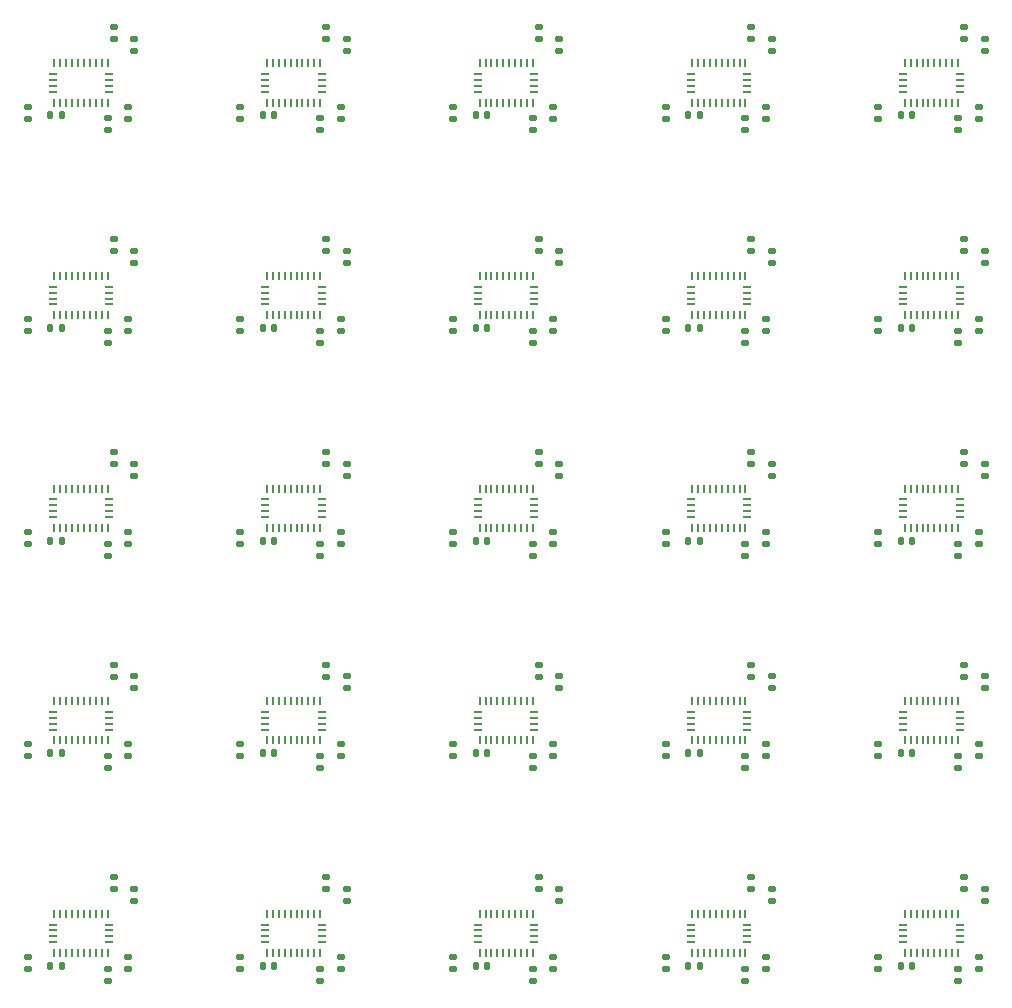
<source format=gtp>
%TF.GenerationSoftware,KiCad,Pcbnew,7.0.5-1.fc38*%
%TF.CreationDate,2023-07-07T14:20:18-04:00*%
%TF.ProjectId,bno085-i2c-board-v3-large-panel,626e6f30-3835-42d6-9932-632d626f6172,rev?*%
%TF.SameCoordinates,Original*%
%TF.FileFunction,Paste,Top*%
%TF.FilePolarity,Positive*%
%FSLAX46Y46*%
G04 Gerber Fmt 4.6, Leading zero omitted, Abs format (unit mm)*
G04 Created by KiCad (PCBNEW 7.0.5-1.fc38) date 2023-07-07 14:20:18*
%MOMM*%
%LPD*%
G01*
G04 APERTURE LIST*
G04 Aperture macros list*
%AMRoundRect*
0 Rectangle with rounded corners*
0 $1 Rounding radius*
0 $2 $3 $4 $5 $6 $7 $8 $9 X,Y pos of 4 corners*
0 Add a 4 corners polygon primitive as box body*
4,1,4,$2,$3,$4,$5,$6,$7,$8,$9,$2,$3,0*
0 Add four circle primitives for the rounded corners*
1,1,$1+$1,$2,$3*
1,1,$1+$1,$4,$5*
1,1,$1+$1,$6,$7*
1,1,$1+$1,$8,$9*
0 Add four rect primitives between the rounded corners*
20,1,$1+$1,$2,$3,$4,$5,0*
20,1,$1+$1,$4,$5,$6,$7,0*
20,1,$1+$1,$6,$7,$8,$9,0*
20,1,$1+$1,$8,$9,$2,$3,0*%
G04 Aperture macros list end*
%ADD10RoundRect,0.135000X0.185000X-0.135000X0.185000X0.135000X-0.185000X0.135000X-0.185000X-0.135000X0*%
%ADD11RoundRect,0.135000X-0.185000X0.135000X-0.185000X-0.135000X0.185000X-0.135000X0.185000X0.135000X0*%
%ADD12R,0.254000X0.675000*%
%ADD13R,0.675000X0.254000*%
%ADD14RoundRect,0.140000X0.140000X0.170000X-0.140000X0.170000X-0.140000X-0.170000X0.140000X-0.170000X0*%
G04 APERTURE END LIST*
D10*
%TO.C,R1*%
X114748776Y-75009388D03*
X114748776Y-73989388D03*
%TD*%
D11*
%TO.C,R2*%
X188498776Y-72989388D03*
X188498776Y-74009388D03*
%TD*%
D10*
%TO.C,R4*%
X187248776Y-103259388D03*
X187248776Y-102239388D03*
%TD*%
D11*
%TO.C,R2*%
X152498776Y-108989388D03*
X152498776Y-110009388D03*
%TD*%
D10*
%TO.C,R3*%
X125998776Y-74009388D03*
X125998776Y-72989388D03*
%TD*%
D12*
%TO.C,U1*%
X128248776Y-51336888D03*
D13*
X128111276Y-52249388D03*
X128111276Y-52749388D03*
X128111276Y-53249388D03*
X128111276Y-53749388D03*
D12*
X128248776Y-54661888D03*
X128748776Y-54661888D03*
X129248776Y-54661888D03*
X129748776Y-54661888D03*
X130248776Y-54661888D03*
X130748776Y-54661888D03*
X131248776Y-54661888D03*
X131748776Y-54661888D03*
X132248776Y-54661888D03*
X132748776Y-54661888D03*
D13*
X132886276Y-53749388D03*
X132886276Y-53249388D03*
X132886276Y-52749388D03*
X132886276Y-52249388D03*
D12*
X132748776Y-51336888D03*
X132248776Y-51336888D03*
X131748776Y-51336888D03*
X131248776Y-51336888D03*
X130748776Y-51336888D03*
X130248776Y-51336888D03*
X129748776Y-51336888D03*
X129248776Y-51336888D03*
X128748776Y-51336888D03*
%TD*%
D10*
%TO.C,R3*%
X107998776Y-74009388D03*
X107998776Y-72989388D03*
%TD*%
D11*
%TO.C,R5*%
X116998776Y-31239388D03*
X116998776Y-32259388D03*
%TD*%
D12*
%TO.C,U1*%
X110248776Y-51336888D03*
D13*
X110111276Y-52249388D03*
X110111276Y-52749388D03*
X110111276Y-53249388D03*
X110111276Y-53749388D03*
D12*
X110248776Y-54661888D03*
X110748776Y-54661888D03*
X111248776Y-54661888D03*
X111748776Y-54661888D03*
X112248776Y-54661888D03*
X112748776Y-54661888D03*
X113248776Y-54661888D03*
X113748776Y-54661888D03*
X114248776Y-54661888D03*
X114748776Y-54661888D03*
D13*
X114886276Y-53749388D03*
X114886276Y-53249388D03*
X114886276Y-52749388D03*
X114886276Y-52249388D03*
D12*
X114748776Y-51336888D03*
X114248776Y-51336888D03*
X113748776Y-51336888D03*
X113248776Y-51336888D03*
X112748776Y-51336888D03*
X112248776Y-51336888D03*
X111748776Y-51336888D03*
X111248776Y-51336888D03*
X110748776Y-51336888D03*
%TD*%
D11*
%TO.C,R2*%
X134498776Y-90989388D03*
X134498776Y-92009388D03*
%TD*%
D14*
%TO.C,C1*%
X128866014Y-37745835D03*
X127906014Y-37745835D03*
%TD*%
D10*
%TO.C,R4*%
X169248776Y-85259388D03*
X169248776Y-84239388D03*
%TD*%
%TO.C,R1*%
X132748776Y-39009388D03*
X132748776Y-37989388D03*
%TD*%
%TO.C,R3*%
X161998776Y-56009388D03*
X161998776Y-54989388D03*
%TD*%
D11*
%TO.C,R5*%
X188998776Y-67239388D03*
X188998776Y-68259388D03*
%TD*%
D10*
%TO.C,R1*%
X114748776Y-93009388D03*
X114748776Y-91989388D03*
%TD*%
%TO.C,R3*%
X179998776Y-110009388D03*
X179998776Y-108989388D03*
%TD*%
D14*
%TO.C,C1*%
X182866014Y-73745835D03*
X181906014Y-73745835D03*
%TD*%
%TO.C,C1*%
X128866014Y-109745835D03*
X127906014Y-109745835D03*
%TD*%
D11*
%TO.C,R5*%
X170998776Y-85239388D03*
X170998776Y-86259388D03*
%TD*%
%TO.C,R2*%
X116498776Y-108989388D03*
X116498776Y-110009388D03*
%TD*%
D12*
%TO.C,U1*%
X164248776Y-105336888D03*
D13*
X164111276Y-106249388D03*
X164111276Y-106749388D03*
X164111276Y-107249388D03*
X164111276Y-107749388D03*
D12*
X164248776Y-108661888D03*
X164748776Y-108661888D03*
X165248776Y-108661888D03*
X165748776Y-108661888D03*
X166248776Y-108661888D03*
X166748776Y-108661888D03*
X167248776Y-108661888D03*
X167748776Y-108661888D03*
X168248776Y-108661888D03*
X168748776Y-108661888D03*
D13*
X168886276Y-107749388D03*
X168886276Y-107249388D03*
X168886276Y-106749388D03*
X168886276Y-106249388D03*
D12*
X168748776Y-105336888D03*
X168248776Y-105336888D03*
X167748776Y-105336888D03*
X167248776Y-105336888D03*
X166748776Y-105336888D03*
X166248776Y-105336888D03*
X165748776Y-105336888D03*
X165248776Y-105336888D03*
X164748776Y-105336888D03*
%TD*%
D11*
%TO.C,R2*%
X134498776Y-72989388D03*
X134498776Y-74009388D03*
%TD*%
D10*
%TO.C,R4*%
X169248776Y-31259388D03*
X169248776Y-30239388D03*
%TD*%
%TO.C,R4*%
X187248776Y-67259388D03*
X187248776Y-66239388D03*
%TD*%
%TO.C,R3*%
X161998776Y-38009388D03*
X161998776Y-36989388D03*
%TD*%
D12*
%TO.C,U1*%
X164248776Y-33336888D03*
D13*
X164111276Y-34249388D03*
X164111276Y-34749388D03*
X164111276Y-35249388D03*
X164111276Y-35749388D03*
D12*
X164248776Y-36661888D03*
X164748776Y-36661888D03*
X165248776Y-36661888D03*
X165748776Y-36661888D03*
X166248776Y-36661888D03*
X166748776Y-36661888D03*
X167248776Y-36661888D03*
X167748776Y-36661888D03*
X168248776Y-36661888D03*
X168748776Y-36661888D03*
D13*
X168886276Y-35749388D03*
X168886276Y-35249388D03*
X168886276Y-34749388D03*
X168886276Y-34249388D03*
D12*
X168748776Y-33336888D03*
X168248776Y-33336888D03*
X167748776Y-33336888D03*
X167248776Y-33336888D03*
X166748776Y-33336888D03*
X166248776Y-33336888D03*
X165748776Y-33336888D03*
X165248776Y-33336888D03*
X164748776Y-33336888D03*
%TD*%
D10*
%TO.C,R1*%
X168748776Y-39009388D03*
X168748776Y-37989388D03*
%TD*%
D11*
%TO.C,R2*%
X170498776Y-90989388D03*
X170498776Y-92009388D03*
%TD*%
D10*
%TO.C,R4*%
X115248776Y-67259388D03*
X115248776Y-66239388D03*
%TD*%
%TO.C,R1*%
X186748776Y-111009388D03*
X186748776Y-109989388D03*
%TD*%
D14*
%TO.C,C1*%
X128866014Y-73745835D03*
X127906014Y-73745835D03*
%TD*%
D11*
%TO.C,R5*%
X134998776Y-49239388D03*
X134998776Y-50259388D03*
%TD*%
%TO.C,R2*%
X188498776Y-108989388D03*
X188498776Y-110009388D03*
%TD*%
D14*
%TO.C,C1*%
X164866014Y-91745835D03*
X163906014Y-91745835D03*
%TD*%
D10*
%TO.C,R1*%
X186748776Y-57009388D03*
X186748776Y-55989388D03*
%TD*%
D11*
%TO.C,R5*%
X116998776Y-67239388D03*
X116998776Y-68259388D03*
%TD*%
D10*
%TO.C,R1*%
X168748776Y-57009388D03*
X168748776Y-55989388D03*
%TD*%
D12*
%TO.C,U1*%
X164248776Y-69336888D03*
D13*
X164111276Y-70249388D03*
X164111276Y-70749388D03*
X164111276Y-71249388D03*
X164111276Y-71749388D03*
D12*
X164248776Y-72661888D03*
X164748776Y-72661888D03*
X165248776Y-72661888D03*
X165748776Y-72661888D03*
X166248776Y-72661888D03*
X166748776Y-72661888D03*
X167248776Y-72661888D03*
X167748776Y-72661888D03*
X168248776Y-72661888D03*
X168748776Y-72661888D03*
D13*
X168886276Y-71749388D03*
X168886276Y-71249388D03*
X168886276Y-70749388D03*
X168886276Y-70249388D03*
D12*
X168748776Y-69336888D03*
X168248776Y-69336888D03*
X167748776Y-69336888D03*
X167248776Y-69336888D03*
X166748776Y-69336888D03*
X166248776Y-69336888D03*
X165748776Y-69336888D03*
X165248776Y-69336888D03*
X164748776Y-69336888D03*
%TD*%
D11*
%TO.C,R5*%
X116998776Y-103239388D03*
X116998776Y-104259388D03*
%TD*%
D10*
%TO.C,R1*%
X114748776Y-111009388D03*
X114748776Y-109989388D03*
%TD*%
%TO.C,R1*%
X168748776Y-111009388D03*
X168748776Y-109989388D03*
%TD*%
D11*
%TO.C,R2*%
X188498776Y-36989388D03*
X188498776Y-38009388D03*
%TD*%
D10*
%TO.C,R3*%
X143998776Y-74009388D03*
X143998776Y-72989388D03*
%TD*%
D11*
%TO.C,R2*%
X116498776Y-72989388D03*
X116498776Y-74009388D03*
%TD*%
D10*
%TO.C,R1*%
X186748776Y-75009388D03*
X186748776Y-73989388D03*
%TD*%
D12*
%TO.C,U1*%
X146248776Y-51336888D03*
D13*
X146111276Y-52249388D03*
X146111276Y-52749388D03*
X146111276Y-53249388D03*
X146111276Y-53749388D03*
D12*
X146248776Y-54661888D03*
X146748776Y-54661888D03*
X147248776Y-54661888D03*
X147748776Y-54661888D03*
X148248776Y-54661888D03*
X148748776Y-54661888D03*
X149248776Y-54661888D03*
X149748776Y-54661888D03*
X150248776Y-54661888D03*
X150748776Y-54661888D03*
D13*
X150886276Y-53749388D03*
X150886276Y-53249388D03*
X150886276Y-52749388D03*
X150886276Y-52249388D03*
D12*
X150748776Y-51336888D03*
X150248776Y-51336888D03*
X149748776Y-51336888D03*
X149248776Y-51336888D03*
X148748776Y-51336888D03*
X148248776Y-51336888D03*
X147748776Y-51336888D03*
X147248776Y-51336888D03*
X146748776Y-51336888D03*
%TD*%
D10*
%TO.C,R4*%
X133248776Y-85259388D03*
X133248776Y-84239388D03*
%TD*%
%TO.C,R1*%
X186748776Y-93009388D03*
X186748776Y-91989388D03*
%TD*%
%TO.C,R4*%
X133248776Y-31259388D03*
X133248776Y-30239388D03*
%TD*%
%TO.C,R4*%
X151248776Y-31259388D03*
X151248776Y-30239388D03*
%TD*%
D12*
%TO.C,U1*%
X146248776Y-105336888D03*
D13*
X146111276Y-106249388D03*
X146111276Y-106749388D03*
X146111276Y-107249388D03*
X146111276Y-107749388D03*
D12*
X146248776Y-108661888D03*
X146748776Y-108661888D03*
X147248776Y-108661888D03*
X147748776Y-108661888D03*
X148248776Y-108661888D03*
X148748776Y-108661888D03*
X149248776Y-108661888D03*
X149748776Y-108661888D03*
X150248776Y-108661888D03*
X150748776Y-108661888D03*
D13*
X150886276Y-107749388D03*
X150886276Y-107249388D03*
X150886276Y-106749388D03*
X150886276Y-106249388D03*
D12*
X150748776Y-105336888D03*
X150248776Y-105336888D03*
X149748776Y-105336888D03*
X149248776Y-105336888D03*
X148748776Y-105336888D03*
X148248776Y-105336888D03*
X147748776Y-105336888D03*
X147248776Y-105336888D03*
X146748776Y-105336888D03*
%TD*%
D14*
%TO.C,C1*%
X146866014Y-73745835D03*
X145906014Y-73745835D03*
%TD*%
D10*
%TO.C,R4*%
X151248776Y-67259388D03*
X151248776Y-66239388D03*
%TD*%
%TO.C,R3*%
X107998776Y-110009388D03*
X107998776Y-108989388D03*
%TD*%
%TO.C,R3*%
X179998776Y-74009388D03*
X179998776Y-72989388D03*
%TD*%
%TO.C,R4*%
X115248776Y-85259388D03*
X115248776Y-84239388D03*
%TD*%
%TO.C,R1*%
X132748776Y-93009388D03*
X132748776Y-91989388D03*
%TD*%
%TO.C,R1*%
X168748776Y-75009388D03*
X168748776Y-73989388D03*
%TD*%
%TO.C,R4*%
X151248776Y-49259388D03*
X151248776Y-48239388D03*
%TD*%
D12*
%TO.C,U1*%
X110248776Y-33336888D03*
D13*
X110111276Y-34249388D03*
X110111276Y-34749388D03*
X110111276Y-35249388D03*
X110111276Y-35749388D03*
D12*
X110248776Y-36661888D03*
X110748776Y-36661888D03*
X111248776Y-36661888D03*
X111748776Y-36661888D03*
X112248776Y-36661888D03*
X112748776Y-36661888D03*
X113248776Y-36661888D03*
X113748776Y-36661888D03*
X114248776Y-36661888D03*
X114748776Y-36661888D03*
D13*
X114886276Y-35749388D03*
X114886276Y-35249388D03*
X114886276Y-34749388D03*
X114886276Y-34249388D03*
D12*
X114748776Y-33336888D03*
X114248776Y-33336888D03*
X113748776Y-33336888D03*
X113248776Y-33336888D03*
X112748776Y-33336888D03*
X112248776Y-33336888D03*
X111748776Y-33336888D03*
X111248776Y-33336888D03*
X110748776Y-33336888D03*
%TD*%
D11*
%TO.C,R2*%
X170498776Y-72989388D03*
X170498776Y-74009388D03*
%TD*%
D10*
%TO.C,R1*%
X186748776Y-39009388D03*
X186748776Y-37989388D03*
%TD*%
D11*
%TO.C,R2*%
X152498776Y-72989388D03*
X152498776Y-74009388D03*
%TD*%
%TO.C,R5*%
X170998776Y-67239388D03*
X170998776Y-68259388D03*
%TD*%
D12*
%TO.C,U1*%
X182248776Y-51336888D03*
D13*
X182111276Y-52249388D03*
X182111276Y-52749388D03*
X182111276Y-53249388D03*
X182111276Y-53749388D03*
D12*
X182248776Y-54661888D03*
X182748776Y-54661888D03*
X183248776Y-54661888D03*
X183748776Y-54661888D03*
X184248776Y-54661888D03*
X184748776Y-54661888D03*
X185248776Y-54661888D03*
X185748776Y-54661888D03*
X186248776Y-54661888D03*
X186748776Y-54661888D03*
D13*
X186886276Y-53749388D03*
X186886276Y-53249388D03*
X186886276Y-52749388D03*
X186886276Y-52249388D03*
D12*
X186748776Y-51336888D03*
X186248776Y-51336888D03*
X185748776Y-51336888D03*
X185248776Y-51336888D03*
X184748776Y-51336888D03*
X184248776Y-51336888D03*
X183748776Y-51336888D03*
X183248776Y-51336888D03*
X182748776Y-51336888D03*
%TD*%
D14*
%TO.C,C1*%
X164866014Y-73745835D03*
X163906014Y-73745835D03*
%TD*%
D10*
%TO.C,R1*%
X150748776Y-75009388D03*
X150748776Y-73989388D03*
%TD*%
%TO.C,R1*%
X132748776Y-75009388D03*
X132748776Y-73989388D03*
%TD*%
%TO.C,R1*%
X114748776Y-57009388D03*
X114748776Y-55989388D03*
%TD*%
D12*
%TO.C,U1*%
X146248776Y-69336888D03*
D13*
X146111276Y-70249388D03*
X146111276Y-70749388D03*
X146111276Y-71249388D03*
X146111276Y-71749388D03*
D12*
X146248776Y-72661888D03*
X146748776Y-72661888D03*
X147248776Y-72661888D03*
X147748776Y-72661888D03*
X148248776Y-72661888D03*
X148748776Y-72661888D03*
X149248776Y-72661888D03*
X149748776Y-72661888D03*
X150248776Y-72661888D03*
X150748776Y-72661888D03*
D13*
X150886276Y-71749388D03*
X150886276Y-71249388D03*
X150886276Y-70749388D03*
X150886276Y-70249388D03*
D12*
X150748776Y-69336888D03*
X150248776Y-69336888D03*
X149748776Y-69336888D03*
X149248776Y-69336888D03*
X148748776Y-69336888D03*
X148248776Y-69336888D03*
X147748776Y-69336888D03*
X147248776Y-69336888D03*
X146748776Y-69336888D03*
%TD*%
D11*
%TO.C,R2*%
X170498776Y-54989388D03*
X170498776Y-56009388D03*
%TD*%
D12*
%TO.C,U1*%
X128248776Y-105336888D03*
D13*
X128111276Y-106249388D03*
X128111276Y-106749388D03*
X128111276Y-107249388D03*
X128111276Y-107749388D03*
D12*
X128248776Y-108661888D03*
X128748776Y-108661888D03*
X129248776Y-108661888D03*
X129748776Y-108661888D03*
X130248776Y-108661888D03*
X130748776Y-108661888D03*
X131248776Y-108661888D03*
X131748776Y-108661888D03*
X132248776Y-108661888D03*
X132748776Y-108661888D03*
D13*
X132886276Y-107749388D03*
X132886276Y-107249388D03*
X132886276Y-106749388D03*
X132886276Y-106249388D03*
D12*
X132748776Y-105336888D03*
X132248776Y-105336888D03*
X131748776Y-105336888D03*
X131248776Y-105336888D03*
X130748776Y-105336888D03*
X130248776Y-105336888D03*
X129748776Y-105336888D03*
X129248776Y-105336888D03*
X128748776Y-105336888D03*
%TD*%
D10*
%TO.C,R3*%
X179998776Y-92009388D03*
X179998776Y-90989388D03*
%TD*%
D11*
%TO.C,R2*%
X170498776Y-36989388D03*
X170498776Y-38009388D03*
%TD*%
D10*
%TO.C,R1*%
X150748776Y-57009388D03*
X150748776Y-55989388D03*
%TD*%
D14*
%TO.C,C1*%
X164866014Y-109745835D03*
X163906014Y-109745835D03*
%TD*%
D10*
%TO.C,R4*%
X169248776Y-49259388D03*
X169248776Y-48239388D03*
%TD*%
%TO.C,R4*%
X187248776Y-31259388D03*
X187248776Y-30239388D03*
%TD*%
%TO.C,R3*%
X125998776Y-92009388D03*
X125998776Y-90989388D03*
%TD*%
D12*
%TO.C,U1*%
X182248776Y-33336888D03*
D13*
X182111276Y-34249388D03*
X182111276Y-34749388D03*
X182111276Y-35249388D03*
X182111276Y-35749388D03*
D12*
X182248776Y-36661888D03*
X182748776Y-36661888D03*
X183248776Y-36661888D03*
X183748776Y-36661888D03*
X184248776Y-36661888D03*
X184748776Y-36661888D03*
X185248776Y-36661888D03*
X185748776Y-36661888D03*
X186248776Y-36661888D03*
X186748776Y-36661888D03*
D13*
X186886276Y-35749388D03*
X186886276Y-35249388D03*
X186886276Y-34749388D03*
X186886276Y-34249388D03*
D12*
X186748776Y-33336888D03*
X186248776Y-33336888D03*
X185748776Y-33336888D03*
X185248776Y-33336888D03*
X184748776Y-33336888D03*
X184248776Y-33336888D03*
X183748776Y-33336888D03*
X183248776Y-33336888D03*
X182748776Y-33336888D03*
%TD*%
D11*
%TO.C,R5*%
X152998776Y-31239388D03*
X152998776Y-32259388D03*
%TD*%
D10*
%TO.C,R3*%
X161998776Y-92009388D03*
X161998776Y-90989388D03*
%TD*%
D11*
%TO.C,R5*%
X170998776Y-103239388D03*
X170998776Y-104259388D03*
%TD*%
D10*
%TO.C,R4*%
X169248776Y-103259388D03*
X169248776Y-102239388D03*
%TD*%
D11*
%TO.C,R2*%
X152498776Y-54989388D03*
X152498776Y-56009388D03*
%TD*%
D10*
%TO.C,R3*%
X107998776Y-38009388D03*
X107998776Y-36989388D03*
%TD*%
D14*
%TO.C,C1*%
X146866014Y-109745835D03*
X145906014Y-109745835D03*
%TD*%
D12*
%TO.C,U1*%
X110248776Y-105336888D03*
D13*
X110111276Y-106249388D03*
X110111276Y-106749388D03*
X110111276Y-107249388D03*
X110111276Y-107749388D03*
D12*
X110248776Y-108661888D03*
X110748776Y-108661888D03*
X111248776Y-108661888D03*
X111748776Y-108661888D03*
X112248776Y-108661888D03*
X112748776Y-108661888D03*
X113248776Y-108661888D03*
X113748776Y-108661888D03*
X114248776Y-108661888D03*
X114748776Y-108661888D03*
D13*
X114886276Y-107749388D03*
X114886276Y-107249388D03*
X114886276Y-106749388D03*
X114886276Y-106249388D03*
D12*
X114748776Y-105336888D03*
X114248776Y-105336888D03*
X113748776Y-105336888D03*
X113248776Y-105336888D03*
X112748776Y-105336888D03*
X112248776Y-105336888D03*
X111748776Y-105336888D03*
X111248776Y-105336888D03*
X110748776Y-105336888D03*
%TD*%
D11*
%TO.C,R5*%
X170998776Y-49239388D03*
X170998776Y-50259388D03*
%TD*%
%TO.C,R5*%
X152998776Y-49239388D03*
X152998776Y-50259388D03*
%TD*%
D10*
%TO.C,R3*%
X161998776Y-74009388D03*
X161998776Y-72989388D03*
%TD*%
D14*
%TO.C,C1*%
X182866014Y-37745835D03*
X181906014Y-37745835D03*
%TD*%
D12*
%TO.C,U1*%
X128248776Y-33336888D03*
D13*
X128111276Y-34249388D03*
X128111276Y-34749388D03*
X128111276Y-35249388D03*
X128111276Y-35749388D03*
D12*
X128248776Y-36661888D03*
X128748776Y-36661888D03*
X129248776Y-36661888D03*
X129748776Y-36661888D03*
X130248776Y-36661888D03*
X130748776Y-36661888D03*
X131248776Y-36661888D03*
X131748776Y-36661888D03*
X132248776Y-36661888D03*
X132748776Y-36661888D03*
D13*
X132886276Y-35749388D03*
X132886276Y-35249388D03*
X132886276Y-34749388D03*
X132886276Y-34249388D03*
D12*
X132748776Y-33336888D03*
X132248776Y-33336888D03*
X131748776Y-33336888D03*
X131248776Y-33336888D03*
X130748776Y-33336888D03*
X130248776Y-33336888D03*
X129748776Y-33336888D03*
X129248776Y-33336888D03*
X128748776Y-33336888D03*
%TD*%
D10*
%TO.C,R3*%
X161998776Y-110009388D03*
X161998776Y-108989388D03*
%TD*%
D11*
%TO.C,R2*%
X116498776Y-36989388D03*
X116498776Y-38009388D03*
%TD*%
D12*
%TO.C,U1*%
X164248776Y-87336888D03*
D13*
X164111276Y-88249388D03*
X164111276Y-88749388D03*
X164111276Y-89249388D03*
X164111276Y-89749388D03*
D12*
X164248776Y-90661888D03*
X164748776Y-90661888D03*
X165248776Y-90661888D03*
X165748776Y-90661888D03*
X166248776Y-90661888D03*
X166748776Y-90661888D03*
X167248776Y-90661888D03*
X167748776Y-90661888D03*
X168248776Y-90661888D03*
X168748776Y-90661888D03*
D13*
X168886276Y-89749388D03*
X168886276Y-89249388D03*
X168886276Y-88749388D03*
X168886276Y-88249388D03*
D12*
X168748776Y-87336888D03*
X168248776Y-87336888D03*
X167748776Y-87336888D03*
X167248776Y-87336888D03*
X166748776Y-87336888D03*
X166248776Y-87336888D03*
X165748776Y-87336888D03*
X165248776Y-87336888D03*
X164748776Y-87336888D03*
%TD*%
D14*
%TO.C,C1*%
X182866014Y-109745835D03*
X181906014Y-109745835D03*
%TD*%
D10*
%TO.C,R4*%
X115248776Y-49259388D03*
X115248776Y-48239388D03*
%TD*%
%TO.C,R3*%
X107998776Y-56009388D03*
X107998776Y-54989388D03*
%TD*%
D12*
%TO.C,U1*%
X146248776Y-87336888D03*
D13*
X146111276Y-88249388D03*
X146111276Y-88749388D03*
X146111276Y-89249388D03*
X146111276Y-89749388D03*
D12*
X146248776Y-90661888D03*
X146748776Y-90661888D03*
X147248776Y-90661888D03*
X147748776Y-90661888D03*
X148248776Y-90661888D03*
X148748776Y-90661888D03*
X149248776Y-90661888D03*
X149748776Y-90661888D03*
X150248776Y-90661888D03*
X150748776Y-90661888D03*
D13*
X150886276Y-89749388D03*
X150886276Y-89249388D03*
X150886276Y-88749388D03*
X150886276Y-88249388D03*
D12*
X150748776Y-87336888D03*
X150248776Y-87336888D03*
X149748776Y-87336888D03*
X149248776Y-87336888D03*
X148748776Y-87336888D03*
X148248776Y-87336888D03*
X147748776Y-87336888D03*
X147248776Y-87336888D03*
X146748776Y-87336888D03*
%TD*%
D10*
%TO.C,R3*%
X143998776Y-38009388D03*
X143998776Y-36989388D03*
%TD*%
D14*
%TO.C,C1*%
X164866014Y-37745835D03*
X163906014Y-37745835D03*
%TD*%
D12*
%TO.C,U1*%
X110248776Y-69336888D03*
D13*
X110111276Y-70249388D03*
X110111276Y-70749388D03*
X110111276Y-71249388D03*
X110111276Y-71749388D03*
D12*
X110248776Y-72661888D03*
X110748776Y-72661888D03*
X111248776Y-72661888D03*
X111748776Y-72661888D03*
X112248776Y-72661888D03*
X112748776Y-72661888D03*
X113248776Y-72661888D03*
X113748776Y-72661888D03*
X114248776Y-72661888D03*
X114748776Y-72661888D03*
D13*
X114886276Y-71749388D03*
X114886276Y-71249388D03*
X114886276Y-70749388D03*
X114886276Y-70249388D03*
D12*
X114748776Y-69336888D03*
X114248776Y-69336888D03*
X113748776Y-69336888D03*
X113248776Y-69336888D03*
X112748776Y-69336888D03*
X112248776Y-69336888D03*
X111748776Y-69336888D03*
X111248776Y-69336888D03*
X110748776Y-69336888D03*
%TD*%
D10*
%TO.C,R4*%
X151248776Y-103259388D03*
X151248776Y-102239388D03*
%TD*%
D11*
%TO.C,R5*%
X134998776Y-67239388D03*
X134998776Y-68259388D03*
%TD*%
D10*
%TO.C,R4*%
X133248776Y-49259388D03*
X133248776Y-48239388D03*
%TD*%
D12*
%TO.C,U1*%
X128248776Y-69336888D03*
D13*
X128111276Y-70249388D03*
X128111276Y-70749388D03*
X128111276Y-71249388D03*
X128111276Y-71749388D03*
D12*
X128248776Y-72661888D03*
X128748776Y-72661888D03*
X129248776Y-72661888D03*
X129748776Y-72661888D03*
X130248776Y-72661888D03*
X130748776Y-72661888D03*
X131248776Y-72661888D03*
X131748776Y-72661888D03*
X132248776Y-72661888D03*
X132748776Y-72661888D03*
D13*
X132886276Y-71749388D03*
X132886276Y-71249388D03*
X132886276Y-70749388D03*
X132886276Y-70249388D03*
D12*
X132748776Y-69336888D03*
X132248776Y-69336888D03*
X131748776Y-69336888D03*
X131248776Y-69336888D03*
X130748776Y-69336888D03*
X130248776Y-69336888D03*
X129748776Y-69336888D03*
X129248776Y-69336888D03*
X128748776Y-69336888D03*
%TD*%
D11*
%TO.C,R5*%
X152998776Y-67239388D03*
X152998776Y-68259388D03*
%TD*%
%TO.C,R5*%
X188998776Y-31239388D03*
X188998776Y-32259388D03*
%TD*%
D14*
%TO.C,C1*%
X128866014Y-55745835D03*
X127906014Y-55745835D03*
%TD*%
D10*
%TO.C,R4*%
X169248776Y-67259388D03*
X169248776Y-66239388D03*
%TD*%
%TO.C,R1*%
X150748776Y-39009388D03*
X150748776Y-37989388D03*
%TD*%
%TO.C,R4*%
X115248776Y-103259388D03*
X115248776Y-102239388D03*
%TD*%
D12*
%TO.C,U1*%
X128248776Y-87336888D03*
D13*
X128111276Y-88249388D03*
X128111276Y-88749388D03*
X128111276Y-89249388D03*
X128111276Y-89749388D03*
D12*
X128248776Y-90661888D03*
X128748776Y-90661888D03*
X129248776Y-90661888D03*
X129748776Y-90661888D03*
X130248776Y-90661888D03*
X130748776Y-90661888D03*
X131248776Y-90661888D03*
X131748776Y-90661888D03*
X132248776Y-90661888D03*
X132748776Y-90661888D03*
D13*
X132886276Y-89749388D03*
X132886276Y-89249388D03*
X132886276Y-88749388D03*
X132886276Y-88249388D03*
D12*
X132748776Y-87336888D03*
X132248776Y-87336888D03*
X131748776Y-87336888D03*
X131248776Y-87336888D03*
X130748776Y-87336888D03*
X130248776Y-87336888D03*
X129748776Y-87336888D03*
X129248776Y-87336888D03*
X128748776Y-87336888D03*
%TD*%
D11*
%TO.C,R5*%
X152998776Y-103239388D03*
X152998776Y-104259388D03*
%TD*%
D14*
%TO.C,C1*%
X182866014Y-55745835D03*
X181906014Y-55745835D03*
%TD*%
D10*
%TO.C,R3*%
X179998776Y-38009388D03*
X179998776Y-36989388D03*
%TD*%
D11*
%TO.C,R5*%
X116998776Y-49239388D03*
X116998776Y-50259388D03*
%TD*%
D10*
%TO.C,R4*%
X187248776Y-49259388D03*
X187248776Y-48239388D03*
%TD*%
%TO.C,R3*%
X125998776Y-56009388D03*
X125998776Y-54989388D03*
%TD*%
%TO.C,R3*%
X125998776Y-110009388D03*
X125998776Y-108989388D03*
%TD*%
D11*
%TO.C,R2*%
X134498776Y-54989388D03*
X134498776Y-56009388D03*
%TD*%
%TO.C,R2*%
X134498776Y-108989388D03*
X134498776Y-110009388D03*
%TD*%
D14*
%TO.C,C1*%
X110866014Y-73745835D03*
X109906014Y-73745835D03*
%TD*%
D12*
%TO.C,U1*%
X164248776Y-51336888D03*
D13*
X164111276Y-52249388D03*
X164111276Y-52749388D03*
X164111276Y-53249388D03*
X164111276Y-53749388D03*
D12*
X164248776Y-54661888D03*
X164748776Y-54661888D03*
X165248776Y-54661888D03*
X165748776Y-54661888D03*
X166248776Y-54661888D03*
X166748776Y-54661888D03*
X167248776Y-54661888D03*
X167748776Y-54661888D03*
X168248776Y-54661888D03*
X168748776Y-54661888D03*
D13*
X168886276Y-53749388D03*
X168886276Y-53249388D03*
X168886276Y-52749388D03*
X168886276Y-52249388D03*
D12*
X168748776Y-51336888D03*
X168248776Y-51336888D03*
X167748776Y-51336888D03*
X167248776Y-51336888D03*
X166748776Y-51336888D03*
X166248776Y-51336888D03*
X165748776Y-51336888D03*
X165248776Y-51336888D03*
X164748776Y-51336888D03*
%TD*%
D10*
%TO.C,R4*%
X151248776Y-85259388D03*
X151248776Y-84239388D03*
%TD*%
%TO.C,R3*%
X107998776Y-92009388D03*
X107998776Y-90989388D03*
%TD*%
D11*
%TO.C,R5*%
X188998776Y-103239388D03*
X188998776Y-104259388D03*
%TD*%
D10*
%TO.C,R1*%
X132748776Y-57009388D03*
X132748776Y-55989388D03*
%TD*%
D14*
%TO.C,C1*%
X110866014Y-109745835D03*
X109906014Y-109745835D03*
%TD*%
D10*
%TO.C,R1*%
X132748776Y-111009388D03*
X132748776Y-109989388D03*
%TD*%
%TO.C,R1*%
X168748776Y-93009388D03*
X168748776Y-91989388D03*
%TD*%
D11*
%TO.C,R5*%
X134998776Y-103239388D03*
X134998776Y-104259388D03*
%TD*%
%TO.C,R2*%
X188498776Y-90989388D03*
X188498776Y-92009388D03*
%TD*%
%TO.C,R5*%
X152998776Y-85239388D03*
X152998776Y-86259388D03*
%TD*%
D10*
%TO.C,R3*%
X143998776Y-92009388D03*
X143998776Y-90989388D03*
%TD*%
D11*
%TO.C,R2*%
X134498776Y-36989388D03*
X134498776Y-38009388D03*
%TD*%
D14*
%TO.C,C1*%
X164866014Y-55745835D03*
X163906014Y-55745835D03*
%TD*%
D12*
%TO.C,U1*%
X110248776Y-87336888D03*
D13*
X110111276Y-88249388D03*
X110111276Y-88749388D03*
X110111276Y-89249388D03*
X110111276Y-89749388D03*
D12*
X110248776Y-90661888D03*
X110748776Y-90661888D03*
X111248776Y-90661888D03*
X111748776Y-90661888D03*
X112248776Y-90661888D03*
X112748776Y-90661888D03*
X113248776Y-90661888D03*
X113748776Y-90661888D03*
X114248776Y-90661888D03*
X114748776Y-90661888D03*
D13*
X114886276Y-89749388D03*
X114886276Y-89249388D03*
X114886276Y-88749388D03*
X114886276Y-88249388D03*
D12*
X114748776Y-87336888D03*
X114248776Y-87336888D03*
X113748776Y-87336888D03*
X113248776Y-87336888D03*
X112748776Y-87336888D03*
X112248776Y-87336888D03*
X111748776Y-87336888D03*
X111248776Y-87336888D03*
X110748776Y-87336888D03*
%TD*%
D10*
%TO.C,R1*%
X150748776Y-93009388D03*
X150748776Y-91989388D03*
%TD*%
D11*
%TO.C,R5*%
X134998776Y-85239388D03*
X134998776Y-86259388D03*
%TD*%
D10*
%TO.C,R1*%
X114748776Y-39009388D03*
X114748776Y-37989388D03*
%TD*%
D11*
%TO.C,R5*%
X170998776Y-31239388D03*
X170998776Y-32259388D03*
%TD*%
D10*
%TO.C,R3*%
X143998776Y-110009388D03*
X143998776Y-108989388D03*
%TD*%
%TO.C,R4*%
X133248776Y-103259388D03*
X133248776Y-102239388D03*
%TD*%
D11*
%TO.C,R2*%
X152498776Y-90989388D03*
X152498776Y-92009388D03*
%TD*%
D12*
%TO.C,U1*%
X182248776Y-105336888D03*
D13*
X182111276Y-106249388D03*
X182111276Y-106749388D03*
X182111276Y-107249388D03*
X182111276Y-107749388D03*
D12*
X182248776Y-108661888D03*
X182748776Y-108661888D03*
X183248776Y-108661888D03*
X183748776Y-108661888D03*
X184248776Y-108661888D03*
X184748776Y-108661888D03*
X185248776Y-108661888D03*
X185748776Y-108661888D03*
X186248776Y-108661888D03*
X186748776Y-108661888D03*
D13*
X186886276Y-107749388D03*
X186886276Y-107249388D03*
X186886276Y-106749388D03*
X186886276Y-106249388D03*
D12*
X186748776Y-105336888D03*
X186248776Y-105336888D03*
X185748776Y-105336888D03*
X185248776Y-105336888D03*
X184748776Y-105336888D03*
X184248776Y-105336888D03*
X183748776Y-105336888D03*
X183248776Y-105336888D03*
X182748776Y-105336888D03*
%TD*%
D14*
%TO.C,C1*%
X146866014Y-37745835D03*
X145906014Y-37745835D03*
%TD*%
D12*
%TO.C,U1*%
X146248776Y-33336888D03*
D13*
X146111276Y-34249388D03*
X146111276Y-34749388D03*
X146111276Y-35249388D03*
X146111276Y-35749388D03*
D12*
X146248776Y-36661888D03*
X146748776Y-36661888D03*
X147248776Y-36661888D03*
X147748776Y-36661888D03*
X148248776Y-36661888D03*
X148748776Y-36661888D03*
X149248776Y-36661888D03*
X149748776Y-36661888D03*
X150248776Y-36661888D03*
X150748776Y-36661888D03*
D13*
X150886276Y-35749388D03*
X150886276Y-35249388D03*
X150886276Y-34749388D03*
X150886276Y-34249388D03*
D12*
X150748776Y-33336888D03*
X150248776Y-33336888D03*
X149748776Y-33336888D03*
X149248776Y-33336888D03*
X148748776Y-33336888D03*
X148248776Y-33336888D03*
X147748776Y-33336888D03*
X147248776Y-33336888D03*
X146748776Y-33336888D03*
%TD*%
D14*
%TO.C,C1*%
X110866014Y-55745835D03*
X109906014Y-55745835D03*
%TD*%
D11*
%TO.C,R5*%
X134998776Y-31239388D03*
X134998776Y-32259388D03*
%TD*%
D12*
%TO.C,U1*%
X182248776Y-69336888D03*
D13*
X182111276Y-70249388D03*
X182111276Y-70749388D03*
X182111276Y-71249388D03*
X182111276Y-71749388D03*
D12*
X182248776Y-72661888D03*
X182748776Y-72661888D03*
X183248776Y-72661888D03*
X183748776Y-72661888D03*
X184248776Y-72661888D03*
X184748776Y-72661888D03*
X185248776Y-72661888D03*
X185748776Y-72661888D03*
X186248776Y-72661888D03*
X186748776Y-72661888D03*
D13*
X186886276Y-71749388D03*
X186886276Y-71249388D03*
X186886276Y-70749388D03*
X186886276Y-70249388D03*
D12*
X186748776Y-69336888D03*
X186248776Y-69336888D03*
X185748776Y-69336888D03*
X185248776Y-69336888D03*
X184748776Y-69336888D03*
X184248776Y-69336888D03*
X183748776Y-69336888D03*
X183248776Y-69336888D03*
X182748776Y-69336888D03*
%TD*%
D10*
%TO.C,R4*%
X187248776Y-85259388D03*
X187248776Y-84239388D03*
%TD*%
%TO.C,R3*%
X125998776Y-38009388D03*
X125998776Y-36989388D03*
%TD*%
D11*
%TO.C,R5*%
X116998776Y-85239388D03*
X116998776Y-86259388D03*
%TD*%
D10*
%TO.C,R4*%
X133248776Y-67259388D03*
X133248776Y-66239388D03*
%TD*%
D12*
%TO.C,U1*%
X182248776Y-87336888D03*
D13*
X182111276Y-88249388D03*
X182111276Y-88749388D03*
X182111276Y-89249388D03*
X182111276Y-89749388D03*
D12*
X182248776Y-90661888D03*
X182748776Y-90661888D03*
X183248776Y-90661888D03*
X183748776Y-90661888D03*
X184248776Y-90661888D03*
X184748776Y-90661888D03*
X185248776Y-90661888D03*
X185748776Y-90661888D03*
X186248776Y-90661888D03*
X186748776Y-90661888D03*
D13*
X186886276Y-89749388D03*
X186886276Y-89249388D03*
X186886276Y-88749388D03*
X186886276Y-88249388D03*
D12*
X186748776Y-87336888D03*
X186248776Y-87336888D03*
X185748776Y-87336888D03*
X185248776Y-87336888D03*
X184748776Y-87336888D03*
X184248776Y-87336888D03*
X183748776Y-87336888D03*
X183248776Y-87336888D03*
X182748776Y-87336888D03*
%TD*%
D11*
%TO.C,R5*%
X188998776Y-85239388D03*
X188998776Y-86259388D03*
%TD*%
D14*
%TO.C,C1*%
X110866014Y-37745835D03*
X109906014Y-37745835D03*
%TD*%
D10*
%TO.C,R3*%
X179998776Y-56009388D03*
X179998776Y-54989388D03*
%TD*%
D14*
%TO.C,C1*%
X146866014Y-91745835D03*
X145906014Y-91745835D03*
%TD*%
%TO.C,C1*%
X182866014Y-91745835D03*
X181906014Y-91745835D03*
%TD*%
%TO.C,C1*%
X110866014Y-91745835D03*
X109906014Y-91745835D03*
%TD*%
%TO.C,C1*%
X128866014Y-91745835D03*
X127906014Y-91745835D03*
%TD*%
D11*
%TO.C,R2*%
X116498776Y-90989388D03*
X116498776Y-92009388D03*
%TD*%
D10*
%TO.C,R4*%
X115248776Y-31259388D03*
X115248776Y-30239388D03*
%TD*%
D14*
%TO.C,C1*%
X146866014Y-55745835D03*
X145906014Y-55745835D03*
%TD*%
D11*
%TO.C,R5*%
X188998776Y-49239388D03*
X188998776Y-50259388D03*
%TD*%
D10*
%TO.C,R1*%
X150748776Y-111009388D03*
X150748776Y-109989388D03*
%TD*%
D11*
%TO.C,R2*%
X188498776Y-54989388D03*
X188498776Y-56009388D03*
%TD*%
%TO.C,R2*%
X116498776Y-54989388D03*
X116498776Y-56009388D03*
%TD*%
D10*
%TO.C,R3*%
X143998776Y-56009388D03*
X143998776Y-54989388D03*
%TD*%
D11*
%TO.C,R2*%
X170498776Y-108989388D03*
X170498776Y-110009388D03*
%TD*%
%TO.C,R2*%
X152498776Y-36989388D03*
X152498776Y-38009388D03*
%TD*%
M02*

</source>
